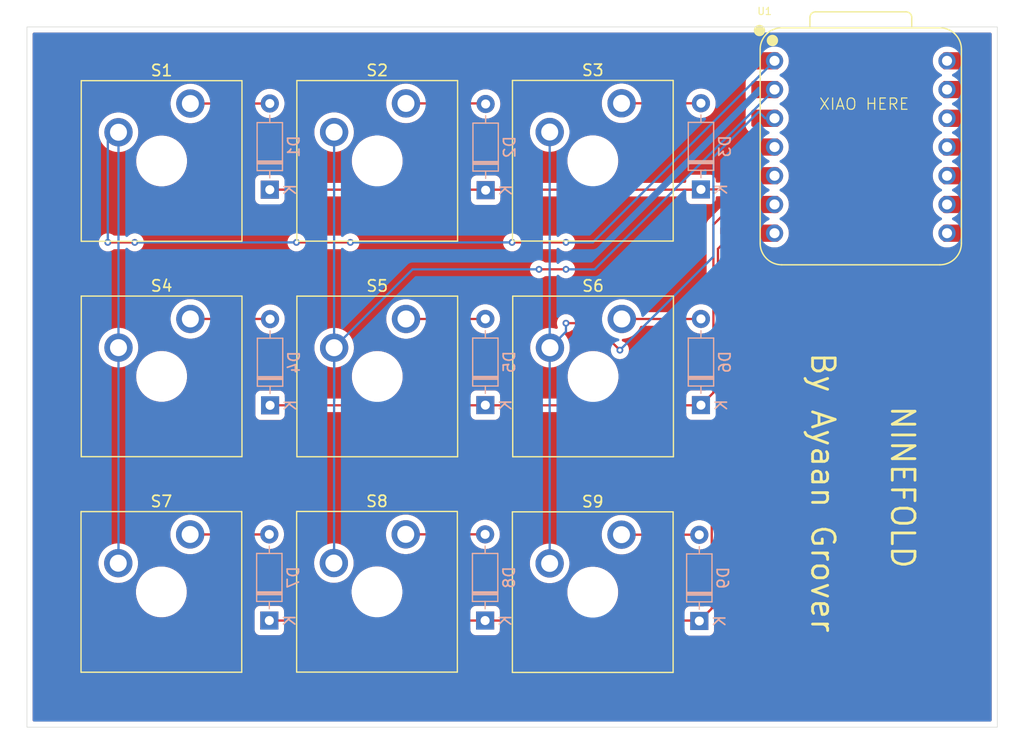
<source format=kicad_pcb>
(kicad_pcb (version 20241229) (generator "pcbnew") (generator_version "9.0")
  (layers (0 "F.Cu" signal) (2 "B.Cu" signal) (13 "F.Paste" user) (15 "B.Paste" user) (5 "F.SilkS" user "F.Silkscreen") (7 "B.SilkS" user "B.Silkscreen") (1 "F.Mask" user) (3 "B.Mask" user) (25 "Edge.Cuts" user))
  (net 0 "")
  (net 1 "Row 0")
  (net 2 "Net-(D1-A)")
  (net 3 "Net-(D2-A)")
  (net 4 "Net-(D3-A)")
  (net 5 "Row 1")
  (net 6 "Net-(D4-A)")
  (net 7 "Net-(D5-A)")
  (net 8 "Net-(D6-A)")
  (net 9 "Row 2")
  (net 10 "Net-(D7-A)")
  (net 11 "Net-(D8-A)")
  (net 12 "Net-(D9-A)")
  (net 13 "Column 0")
  (net 14 "Column 1")
  (net 15 "Column 2")
  (footprint "ScottoKeebs_MX:MX_Plate_1.00u" (layer "F.Cu") (at 142.866352 66.599667)
    (property "Reference" "S3" (at 0 -8 0) (layer "F.SilkS"))
    (property "Value" "Keyswitch")
    (fp_line (start -7.1 -7.1) (end -7.1 7.1) (stroke (width 0.12)) (layer "F.SilkS"))
    (fp_line (start -7.1 7.1) (end 7.1 7.1) (stroke (width 0.12)) (layer "F.SilkS"))
    (fp_line (start 7.1 -7.1) (end -7.1 -7.1) (stroke (width 0.12)) (layer "F.SilkS"))
    (fp_line (start 7.1 7.1) (end 7.1 -7.1) (stroke (width 0.12)) (layer "F.SilkS"))
    (pad "" np_thru_hole circle (at 0 0) (size 4 4) (drill 4) (layers "*.Cu" "*.Mask"))
    (pad "1" thru_hole circle (at -3.81 -2.54) (size 2.5 2.5) (drill 1.5) (layers "*.Cu" "*.Mask") (net 15 "Column 2"))
    (pad "2" thru_hole circle (at 2.54 -5.08) (size 2.5 2.5) (drill 1.5) (layers "*.Cu" "*.Mask") (net 4 "Net-(D3-A)"))
  )
  (footprint "ScottoKeebs_MX:MX_Plate_1.00u" (layer "F.Cu") (at 104.766352 66.619723)
    (property "Reference" "S1" (at 0 -8 0) (layer "F.SilkS"))
    (property "Value" "Keyswitch")
    (fp_line (start -7.1 -7.1) (end -7.1 7.1) (stroke (width 0.12)) (layer "F.SilkS"))
    (fp_line (start -7.1 7.1) (end 7.1 7.1) (stroke (width 0.12)) (layer "F.SilkS"))
    (fp_line (start 7.1 -7.1) (end -7.1 -7.1) (stroke (width 0.12)) (layer "F.SilkS"))
    (fp_line (start 7.1 7.1) (end 7.1 -7.1) (stroke (width 0.12)) (layer "F.SilkS"))
    (pad "" np_thru_hole circle (at 0 0) (size 4 4) (drill 4) (layers "*.Cu" "*.Mask"))
    (pad "1" thru_hole circle (at -3.81 -2.54) (size 2.5 2.5) (drill 1.5) (layers "*.Cu" "*.Mask") (net 13 "Column 0"))
    (pad "2" thru_hole circle (at 2.54 -5.08) (size 2.5 2.5) (drill 1.5) (layers "*.Cu" "*.Mask") (net 2 "Net-(D1-A)"))
  )
  (footprint "ScottoKeebs_MX:MX_Plate_1.00u" (layer "F.Cu") (at 104.766878 85.664067)
    (property "Reference" "S4" (at 0 -8 0) (layer "F.SilkS"))
    (property "Value" "Keyswitch")
    (fp_line (start -7.1 -7.1) (end -7.1 7.1) (stroke (width 0.12)) (layer "F.SilkS"))
    (fp_line (start -7.1 7.1) (end 7.1 7.1) (stroke (width 0.12)) (layer "F.SilkS"))
    (fp_line (start 7.1 -7.1) (end -7.1 -7.1) (stroke (width 0.12)) (layer "F.SilkS"))
    (fp_line (start 7.1 7.1) (end 7.1 -7.1) (stroke (width 0.12)) (layer "F.SilkS"))
    (pad "" np_thru_hole circle (at 0 0) (size 4 4) (drill 4) (layers "*.Cu" "*.Mask"))
    (pad "1" thru_hole circle (at -3.81 -2.54) (size 2.5 2.5) (drill 1.5) (layers "*.Cu" "*.Mask") (net 13 "Column 0"))
    (pad "2" thru_hole circle (at 2.54 -5.08) (size 2.5 2.5) (drill 1.5) (layers "*.Cu" "*.Mask") (net 6 "Net-(D4-A)"))
  )
  (footprint "ScottoKeebs_MX:MX_Plate_1.00u" (layer "F.Cu") (at 104.746296 104.719723)
    (property "Reference" "S7" (at 0 -8 0) (layer "F.SilkS"))
    (property "Value" "Keyswitch")
    (fp_line (start -7.1 -7.1) (end -7.1 7.1) (stroke (width 0.12)) (layer "F.SilkS"))
    (fp_line (start -7.1 7.1) (end 7.1 7.1) (stroke (width 0.12)) (layer "F.SilkS"))
    (fp_line (start 7.1 -7.1) (end -7.1 -7.1) (stroke (width 0.12)) (layer "F.SilkS"))
    (fp_line (start 7.1 7.1) (end 7.1 -7.1) (stroke (width 0.12)) (layer "F.SilkS"))
    (pad "" np_thru_hole circle (at 0 0) (size 4 4) (drill 4) (layers "*.Cu" "*.Mask"))
    (pad "1" thru_hole circle (at -3.81 -2.54) (size 2.5 2.5) (drill 1.5) (layers "*.Cu" "*.Mask") (net 13 "Column 0"))
    (pad "2" thru_hole circle (at 2.54 -5.08) (size 2.5 2.5) (drill 1.5) (layers "*.Cu" "*.Mask") (net 10 "Net-(D7-A)"))
  )
  (footprint "ScottoKeebs_MX:MX_Plate_1.00u" (layer "F.Cu") (at 123.816352 66.609695)
    (property "Reference" "S2" (at 0 -8 0) (layer "F.SilkS"))
    (property "Value" "Keyswitch")
    (fp_line (start -7.1 -7.1) (end -7.1 7.1) (stroke (width 0.12)) (layer "F.SilkS"))
    (fp_line (start -7.1 7.1) (end 7.1 7.1) (stroke (width 0.12)) (layer "F.SilkS"))
    (fp_line (start 7.1 -7.1) (end -7.1 -7.1) (stroke (width 0.12)) (layer "F.SilkS"))
    (fp_line (start 7.1 7.1) (end 7.1 -7.1) (stroke (width 0.12)) (layer "F.SilkS"))
    (pad "" np_thru_hole circle (at 0 0) (size 4 4) (drill 4) (layers "*.Cu" "*.Mask"))
    (pad "1" thru_hole circle (at -3.81 -2.54) (size 2.5 2.5) (drill 1.5) (layers "*.Cu" "*.Mask") (net 14 "Column 1"))
    (pad "2" thru_hole circle (at 2.54 -5.08) (size 2.5 2.5) (drill 1.5) (layers "*.Cu" "*.Mask") (net 3 "Net-(D2-A)"))
  )
  (footprint "ScottoKeebs_MX:MX_Plate_1.00u" (layer "F.Cu") (at 123.81998 85.668964)
    (property "Reference" "S5" (at 0 -8 0) (layer "F.SilkS"))
    (property "Value" "Keyswitch")
    (fp_line (start -7.1 -7.1) (end -7.1 7.1) (stroke (width 0.12)) (layer "F.SilkS"))
    (fp_line (start -7.1 7.1) (end 7.1 7.1) (stroke (width 0.12)) (layer "F.SilkS"))
    (fp_line (start 7.1 -7.1) (end -7.1 -7.1) (stroke (width 0.12)) (layer "F.SilkS"))
    (fp_line (start 7.1 7.1) (end 7.1 -7.1) (stroke (width 0.12)) (layer "F.SilkS"))
    (pad "" np_thru_hole circle (at 0 0) (size 4 4) (drill 4) (layers "*.Cu" "*.Mask"))
    (pad "1" thru_hole circle (at -3.81 -2.54) (size 2.5 2.5) (drill 1.5) (layers "*.Cu" "*.Mask") (net 14 "Column 1"))
    (pad "2" thru_hole circle (at 2.54 -5.08) (size 2.5 2.5) (drill 1.5) (layers "*.Cu" "*.Mask") (net 7 "Net-(D5-A)"))
  )
  (footprint "ScottoKeebs_MX:MX_Plate_1.00u" (layer "F.Cu") (at 123.796296 104.709695)
    (property "Reference" "S8" (at 0 -8 0) (layer "F.SilkS"))
    (property "Value" "Keyswitch")
    (fp_line (start -7.1 -7.1) (end -7.1 7.1) (stroke (width 0.12)) (layer "F.SilkS"))
    (fp_line (start -7.1 7.1) (end 7.1 7.1) (stroke (width 0.12)) (layer "F.SilkS"))
    (fp_line (start 7.1 -7.1) (end -7.1 -7.1) (stroke (width 0.12)) (layer "F.SilkS"))
    (fp_line (start 7.1 7.1) (end 7.1 -7.1) (stroke (width 0.12)) (layer "F.SilkS"))
    (pad "" np_thru_hole circle (at 0 0) (size 4 4) (drill 4) (layers "*.Cu" "*.Mask"))
    (pad "1" thru_hole circle (at -3.81 -2.54) (size 2.5 2.5) (drill 1.5) (layers "*.Cu" "*.Mask") (net 14 "Column 1"))
    (pad "2" thru_hole circle (at 2.54 -5.08) (size 2.5 2.5) (drill 1.5) (layers "*.Cu" "*.Mask") (net 11 "Net-(D8-A)"))
  )
  (footprint "OPL:XIAO-RP2040-DIP" (layer "F.Cu") (at 166.541263 65.385373)
    (property "Reference" "U1" (at -8.5 -12 0) (layer "F.SilkS") (effects (font (size 0.635 0.635) (thickness 0.1016))))
    (property "Value" "XIAO-RP2040-DIP")
    (fp_line (start -8.89 8.509) (end -8.89 -8.636) (stroke (width 0.127)) (layer "F.SilkS"))
    (fp_line (start -6.985 10.414) (end 6.985 10.414) (stroke (width 0.127)) (layer "F.SilkS"))
    (fp_line (start -4.495 -10.541) (end -4.491272 -11.451272) (stroke (width 0.127)) (layer "F.SilkS"))
    (fp_line (start -3.991272 -11.951) (end 4.004 -11.951) (stroke (width 0.127)) (layer "F.SilkS"))
    (fp_line (start 4.504 -11.451) (end 4.504 -10.541) (stroke (width 0.127)) (layer "F.SilkS"))
    (fp_line (start 6.985 -10.541) (end -6.985 -10.541) (stroke (width 0.1)) (layer "F.SilkS"))
    (fp_line (start 6.985 -10.541) (end -6.985 -10.541) (stroke (width 0.127)) (layer "F.SilkS"))
    (fp_line (start 8.89 8.509) (end 8.89 -8.636) (stroke (width 0.127)) (layer "F.SilkS"))
    (fp_arc (start -8.89 -8.636) (mid -8.332038 -9.983038) (end -6.985 -10.541) (stroke (width 0.127)) (layer "F.SilkS"))
    (fp_arc (start -6.985 10.414) (mid -8.332038 9.856038) (end -8.89 8.509) (stroke (width 0.127)) (layer "F.SilkS"))
    (fp_arc (start -4.491272 -11.451272) (mid -4.344728 -11.80464) (end -3.991272 -11.951) (stroke (width 0.127)) (layer "F.SilkS"))
    (fp_arc (start 4.004 -11.951) (mid 4.357553 -11.804553) (end 4.504 -11.451) (stroke (width 0.127)) (layer "F.SilkS"))
    (fp_arc (start 6.985 -10.541) (mid 8.332038 -9.983038) (end 8.89 -8.636) (stroke (width 0.127)) (layer "F.SilkS"))
    (fp_arc (start 8.89 8.509) (mid 8.332038 9.856038) (end 6.985 10.414) (stroke (width 0.127)) (layer "F.SilkS"))
    (fp_circle (center -8.95 -10.3) (end -8.95 -10.554) (stroke (width 0.5)) (fill yes) (layer "F.SilkS"))
    (fp_circle (center -7.807 -9.42) (end -7.807 -9.674) (stroke (width 0.5)) (fill yes) (layer "F.SilkS"))
    (pad "1" smd roundrect (at -8.455 -7.62 180) (size 2.432 1.524) (layers "F.Cu" "F.Mask") (roundrect_rratio 0.1) (net 13 "Column 0"))
    (pad "1" thru_hole circle (at -7.62 -7.62 180) (size 1.524 1.524) (drill 0.889) (layers "*.Cu" "*.Mask") (net 13 "Column 0"))
    (pad "2" smd roundrect (at -8.455 -5.08 180) (size 2.432 1.524) (layers "F.Cu" "F.Mask") (roundrect_rratio 0.1) (net 14 "Column 1"))
    (pad "2" thru_hole circle (at -7.62 -5.08 180) (size 1.524 1.524) (drill 0.889) (layers "*.Cu" "*.Mask") (net 14 "Column 1"))
    (pad "3" smd roundrect (at -8.455 -2.54 180) (size 2.432 1.524) (layers "F.Cu" "F.Mask") (roundrect_rratio 0.1) (net 15 "Column 2"))
    (pad "3" thru_hole circle (at -7.62 -2.54 180) (size 1.524 1.524) (drill 0.889) (layers "*.Cu" "*.Mask") (net 15 "Column 2"))
    (pad "4" smd roundrect (at -8.455 0 180) (size 2.432 1.524) (layers "F.Cu" "F.Mask") (roundrect_rratio 0.1) (net 1 "Row 0"))
    (pad "4" thru_hole circle (at -7.62 0 180) (size 1.524 1.524) (drill 0.889) (layers "*.Cu" "*.Mask") (net 1 "Row 0"))
    (pad "5" smd roundrect (at -8.455 2.54 180) (size 2.432 1.524) (layers "F.Cu" "F.Mask") (roundrect_rratio 0.1) (net 5 "Row 1"))
    (pad "5" thru_hole circle (at -7.62 2.54 180) (size 1.524 1.524) (drill 0.889) (layers "*.Cu" "*.Mask") (net 5 "Row 1"))
    (pad "6" smd roundrect (at -8.455 5.08 180) (size 2.432 1.524) (layers "F.Cu" "F.Mask") (roundrect_rratio 0.1) (net 9 "Row 2"))
    (pad "6" thru_hole circle (at -7.62 5.08 180) (size 1.524 1.524) (drill 0.889) (layers "*.Cu" "*.Mask") (net 9 "Row 2"))
    (pad "7" smd roundrect (at -8.455 7.62 180) (size 2.432 1.524) (layers "F.Cu" "F.Mask") (roundrect_rratio 0.1))
    (pad "7" thru_hole circle (at -7.62 7.62 180) (size 1.524 1.524) (drill 0.889) (layers "*.Cu" "*.Mask"))
    (pad "8" thru_hole circle (at 7.62 7.62) (size 1.524 1.524) (drill 0.889) (layers "*.Cu" "*.Mask"))
    (pad "8" smd roundrect (at 8.455 7.62) (size 2.432 1.524) (layers "F.Cu" "F.Mask") (roundrect_rratio 0.1))
    (pad "9" thru_hole circle (at 7.62 5.08) (size 1.524 1.524) (drill 0.889) (layers "*.Cu" "*.Mask"))
    (pad "9" smd roundrect (at 8.455 5.08) (size 2.432 1.524) (layers "F.Cu" "F.Mask") (roundrect_rratio 0.1))
    (pad "10" thru_hole circle (at 7.62 2.54) (size 1.524 1.524) (drill 0.889) (layers "*.Cu" "*.Mask"))
    (pad "10" smd roundrect (at 8.455 2.54) (size 2.432 1.524) (layers "F.Cu" "F.Mask") (roundrect_rratio 0.1))
    (pad "11" thru_hole circle (at 7.62 0) (size 1.524 1.524) (drill 0.889) (layers "*.Cu" "*.Mask"))
    (pad "11" smd roundrect (at 8.455 0) (size 2.432 1.524) (layers "F.Cu" "F.Mask") (roundrect_rratio 0.1))
    (pad "12" thru_hole circle (at 7.62 -2.54) (size 1.524 1.524) (drill 0.889) (layers "*.Cu" "*.Mask"))
    (pad "12" smd roundrect (at 8.455 -2.54) (size 2.432 1.524) (layers "F.Cu" "F.Mask") (roundrect_rratio 0.1))
    (pad "13" thru_hole circle (at 7.62 -5.08) (size 1.524 1.524) (drill 0.889) (layers "*.Cu" "*.Mask"))
    (pad "13" smd roundrect (at 8.455 -5.08) (size 2.432 1.524) (layers "F.Cu" "F.Mask") (roundrect_rratio 0.1))
    (pad "14" thru_hole circle (at 7.62 -7.62) (size 1.524 1.524) (drill 0.889) (layers "*.Cu" "*.Mask"))
    (pad "14" smd roundrect (at 8.455 -7.62) (size 2.432 1.524) (layers "F.Cu" "F.Mask") (roundrect_rratio 0.1))
  )
  (footprint "ScottoKeebs_MX:MX_Plate_1.00u" (layer "F.Cu") (at 142.860049 104.74006)
    (property "Reference" "S9" (at 0 -8 0) (layer "F.SilkS"))
    (property "Value" "Keyswitch")
    (fp_line (start -7.1 -7.1) (end -7.1 7.1) (stroke (width 0.12)) (layer "F.SilkS"))
    (fp_line (start -7.1 7.1) (end 7.1 7.1) (stroke (width 0.12)) (layer "F.SilkS"))
    (fp_line (start 7.1 -7.1) (end -7.1 -7.1) (stroke (width 0.12)) (layer "F.SilkS"))
    (fp_line (start 7.1 7.1) (end 7.1 -7.1) (stroke (width 0.12)) (layer "F.SilkS"))
    (pad "" np_thru_hole circle (at 0 0) (size 4 4) (drill 4) (layers "*.Cu" "*.Mask"))
    (pad "1" thru_hole circle (at -3.81 -2.54) (size 2.5 2.5) (drill 1.5) (layers "*.Cu" "*.Mask") (net 15 "Column 2"))
    (pad "2" thru_hole circle (at 2.54 -5.08) (size 2.5 2.5) (drill 1.5) (layers "*.Cu" "*.Mask") (net 12 "Net-(D9-A)"))
  )
  (footprint "ScottoKeebs_MX:MX_Plate_1.00u" (layer "F.Cu") (at 142.888212 85.668964)
    (property "Reference" "S6" (at 0 -8 0) (layer "F.SilkS"))
    (property "Value" "Keyswitch")
    (fp_line (start -7.1 -7.1) (end -7.1 7.1) (stroke (width 0.12)) (layer "F.SilkS"))
    (fp_line (start -7.1 7.1) (end 7.1 7.1) (stroke (width 0.12)) (layer "F.SilkS"))
    (fp_line (start 7.1 -7.1) (end -7.1 -7.1) (stroke (width 0.12)) (layer "F.SilkS"))
    (fp_line (start 7.1 7.1) (end 7.1 -7.1) (stroke (width 0.12)) (layer "F.SilkS"))
    (pad "" np_thru_hole circle (at 0 0) (size 4 4) (drill 4) (layers "*.Cu" "*.Mask"))
    (pad "1" thru_hole circle (at -3.81 -2.54) (size 2.5 2.5) (drill 1.5) (layers "*.Cu" "*.Mask") (net 15 "Column 2"))
    (pad "2" thru_hole circle (at 2.54 -5.08) (size 2.5 2.5) (drill 1.5) (layers "*.Cu" "*.Mask") (net 8 "Net-(D6-A)"))
  )
  (footprint "ScottoKeebs_Components:Diode_DO-35" (layer "B.Cu") (at 152.419841 88.205511 90)
    (property "Reference" "D6" (at 3.81 2.12 90) (layer "B.SilkS") (effects (justify mirror)))
    (property "Value" "Diode")
    (fp_line (start 5.93 -1.12) (end 5.93 1.12) (stroke (width 0.12)) (layer "B.SilkS"))
    (fp_line (start 1.69 -1.12) (end 5.93 -1.12) (stroke (width 0.12)) (layer "B.SilkS"))
    (fp_line (start 6.58 0) (end 5.93 0) (stroke (width 0.12)) (layer "B.SilkS"))
    (fp_line (start 1.04 0) (end 1.69 0) (stroke (width 0.12)) (layer "B.SilkS"))
    (fp_line (start 5.93 1.12) (end 1.69 1.12) (stroke (width 0.12)) (layer "B.SilkS"))
    (fp_line (start 2.53 1.12) (end 2.53 -1.12) (stroke (width 0.12)) (layer "B.SilkS"))
    (fp_line (start 2.41 1.12) (end 2.41 -1.12) (stroke (width 0.12)) (layer "B.SilkS"))
    (fp_line (start 2.29 1.12) (end 2.29 -1.12) (stroke (width 0.12)) (layer "B.SilkS"))
    (fp_line (start 1.69 1.12) (end 1.69 -1.12) (stroke (width 0.12)) (layer "B.SilkS"))
    (fp_text user "K" (at 0 1.8 90) (layer "B.SilkS") (effects (justify mirror)))
    (pad "1" thru_hole rect (at 0 0 90) (size 1.6 1.6) (drill 0.8) (layers "*.Cu" "*.Mask") (net 5 "Row 1"))
    (pad "2" thru_hole oval (at 7.62 0 90) (size 1.6 1.6) (drill 0.8) (layers "*.Cu" "*.Mask") (net 8 "Net-(D6-A)"))
  )
  (footprint "ScottoKeebs_Components:Diode_DO-35" (layer "B.Cu") (at 133.35 107.252269 90)
    (property "Reference" "D8" (at 3.81 2.12 90) (layer "B.SilkS") (effects (justify mirror)))
    (property "Value" "Diode")
    (fp_line (start 5.93 -1.12) (end 5.93 1.12) (stroke (width 0.12)) (layer "B.SilkS"))
    (fp_line (start 1.69 -1.12) (end 5.93 -1.12) (stroke (width 0.12)) (layer "B.SilkS"))
    (fp_line (start 6.58 0) (end 5.93 0) (stroke (width 0.12)) (layer "B.SilkS"))
    (fp_line (start 1.04 0) (end 1.69 0) (stroke (width 0.12)) (layer "B.SilkS"))
    (fp_line (start 5.93 1.12) (end 1.69 1.12) (stroke (width 0.12)) (layer "B.SilkS"))
    (fp_line (start 2.53 1.12) (end 2.53 -1.12) (stroke (width 0.12)) (layer "B.SilkS"))
    (fp_line (start 2.41 1.12) (end 2.41 -1.12) (stroke (width 0.12)) (layer "B.SilkS"))
    (fp_line (start 2.29 1.12) (end 2.29 -1.12) (stroke (width 0.12)) (layer "B.SilkS"))
    (fp_line (start 1.69 1.12) (end 1.69 -1.12) (stroke (width 0.12)) (layer "B.SilkS"))
    (fp_text user "K" (at 0 1.8 90) (layer "B.SilkS") (effects (justify mirror)))
    (pad "1" thru_hole rect (at 0 0 90) (size 1.6 1.6) (drill 0.8) (layers "*.Cu" "*.Mask") (net 9 "Row 2"))
    (pad "2" thru_hole oval (at 7.62 0 90) (size 1.6 1.6) (drill 0.8) (layers "*.Cu" "*.Mask") (net 11 "Net-(D8-A)"))
  )
  (footprint "ScottoKeebs_Components:Diode_DO-35" (layer "B.Cu") (at 114.34878 88.222495 90)
    (property "Reference" "D4" (at 3.81 2.12 90) (layer "B.SilkS") (effects (justify mirror)))
    (property "Value" "Diode")
    (fp_line (start 5.93 -1.12) (end 5.93 1.12) (stroke (width 0.12)) (layer "B.SilkS"))
    (fp_line (start 1.69 -1.12) (end 5.93 -1.12) (stroke (width 0.12)) (layer "B.SilkS"))
    (fp_line (start 6.58 0) (end 5.93 0) (stroke (width 0.12)) (layer "B.SilkS"))
    (fp_line (start 1.04 0) (end 1.69 0) (stroke (width 0.12)) (layer "B.SilkS"))
    (fp_line (start 5.93 1.12) (end 1.69 1.12) (stroke (width 0.12)) (layer "B.SilkS"))
    (fp_line (start 2.53 1.12) (end 2.53 -1.12) (stroke (width 0.12)) (layer "B.SilkS"))
    (fp_line (start 2.41 1.12) (end 2.41 -1.12) (stroke (width 0.12)) (layer "B.SilkS"))
    (fp_line (start 2.29 1.12) (end 2.29 -1.12) (stroke (width 0.12)) (layer "B.SilkS"))
    (fp_line (start 1.69 1.12) (end 1.69 -1.12) (stroke (width 0.12)) (layer "B.SilkS"))
    (fp_text user "K" (at 0 1.8 90) (layer "B.SilkS") (effects (justify mirror)))
    (pad "1" thru_hole rect (at 0 0 90) (size 1.6 1.6) (drill 0.8) (layers "*.Cu" "*.Mask") (net 5 "Row 1"))
    (pad "2" thru_hole oval (at 7.62 0 90) (size 1.6 1.6) (drill 0.8) (layers "*.Cu" "*.Mask") (net 6 "Net-(D4-A)"))
  )
  (footprint "ScottoKeebs_Components:Diode_DO-35" (layer "B.Cu") (at 133.395 69.201475 90)
    (property "Reference" "D2" (at 3.81 2.12 90) (layer "B.SilkS") (effects (justify mirror)))
    (property "Value" "Diode")
    (fp_line (start 5.93 -1.12) (end 5.93 1.12) (stroke (width 0.12)) (layer "B.SilkS"))
    (fp_line (start 1.69 -1.12) (end 5.93 -1.12) (stroke (width 0.12)) (layer "B.SilkS"))
    (fp_line (start 6.58 0) (end 5.93 0) (stroke (width 0.12)) (layer "B.SilkS"))
    (fp_line (start 1.04 0) (end 1.69 0) (stroke (width 0.12)) (layer "B.SilkS"))
    (fp_line (start 5.93 1.12) (end 1.69 1.12) (stroke (width 0.12)) (layer "B.SilkS"))
    (fp_line (start 2.53 1.12) (end 2.53 -1.12) (stroke (width 0.12)) (layer "B.SilkS"))
    (fp_line (start 2.41 1.12) (end 2.41 -1.12) (stroke (width 0.12)) (layer "B.SilkS"))
    (fp_line (start 2.29 1.12) (end 2.29 -1.12) (stroke (width 0.12)) (layer "B.SilkS"))
    (fp_line (start 1.69 1.12) (end 1.69 -1.12) (stroke (width 0.12)) (layer "B.SilkS"))
    (fp_text user "K" (at 0 1.8 90) (layer "B.SilkS") (effects (justify mirror)))
    (pad "1" thru_hole rect (at 0 0 90) (size 1.6 1.6) (drill 0.8) (layers "*.Cu" "*.Mask") (net 1 "Row 0"))
    (pad "2" thru_hole oval (at 7.62 0 90) (size 1.6 1.6) (drill 0.8) (layers "*.Cu" "*.Mask") (net 3 "Net-(D2-A)"))
  )
  (footprint "ScottoKeebs_Components:Diode_DO-35" (layer "B.Cu") (at 114.282706 107.252039 90)
    (property "Reference" "D7" (at 3.81 2.12 90) (layer "B.SilkS") (effects (justify mirror)))
    (property "Value" "Diode")
    (fp_line (start 5.93 -1.12) (end 5.93 1.12) (stroke (width 0.12)) (layer "B.SilkS"))
    (fp_line (start 1.69 -1.12) (end 5.93 -1.12) (stroke (width 0.12)) (layer "B.SilkS"))
    (fp_line (start 6.58 0) (end 5.93 0) (stroke (width 0.12)) (layer "B.SilkS"))
    (fp_line (start 1.04 0) (end 1.69 0) (stroke (width 0.12)) (layer "B.SilkS"))
    (fp_line (start 5.93 1.12) (end 1.69 1.12) (stroke (width 0.12)) (layer "B.SilkS"))
    (fp_line (start 2.53 1.12) (end 2.53 -1.12) (stroke (width 0.12)) (layer "B.SilkS"))
    (fp_line (start 2.41 1.12) (end 2.41 -1.12) (stroke (width 0.12)) (layer "B.SilkS"))
    (fp_line (start 2.29 1.12) (end 2.29 -1.12) (stroke (width 0.12)) (layer "B.SilkS"))
    (fp_line (start 1.69 1.12) (end 1.69 -1.12) (stroke (width 0.12)) (layer "B.SilkS"))
    (fp_text user "K" (at 0 1.8 90) (layer "B.SilkS") (effects (justify mirror)))
    (pad "1" thru_hole rect (at 0 0 90) (size 1.6 1.6) (drill 0.8) (layers "*.Cu" "*.Mask") (net 9 "Row 2"))
    (pad "2" thru_hole oval (at 7.62 0 90) (size 1.6 1.6) (drill 0.8) (layers "*.Cu" "*.Mask") (net 10 "Net-(D7-A)"))
  )
  (footprint "ScottoKeebs_Components:Diode_DO-35" (layer "B.Cu") (at 152.419841 69.135669 90)
    (property "Reference" "D3" (at 3.81 2.12 90) (layer "B.SilkS") (effects (justify mirror)))
    (property "Value" "Diode")
    (fp_line (start 5.93 -1.12) (end 5.93 1.12) (stroke (width 0.12)) (layer "B.SilkS"))
    (fp_line (start 1.69 -1.12) (end 5.93 -1.12) (stroke (width 0.12)) (layer "B.SilkS"))
    (fp_line (start 6.58 0) (end 5.93 0) (stroke (width 0.12)) (layer "B.SilkS"))
    (fp_line (start 1.04 0) (end 1.69 0) (stroke (width 0.12)) (layer "B.SilkS"))
    (fp_line (start 5.93 1.12) (end 1.69 1.12) (stroke (width 0.12)) (layer "B.SilkS"))
    (fp_line (start 2.53 1.12) (end 2.53 -1.12) (stroke (width 0.12)) (layer "B.SilkS"))
    (fp_line (start 2.41 1.12) (end 2.41 -1.12) (stroke (width 0.12)) (layer "B.SilkS"))
    (fp_line (start 2.29 1.12) (end 2.29 -1.12) (stroke (width 0.12)) (layer "B.SilkS"))
    (fp_line (start 1.69 1.12) (end 1.69 -1.12) (stroke (width 0.12)) (layer "B.SilkS"))
    (fp_text user "K" (at 0 1.8 90) (layer "B.SilkS") (effects (justify mirror)))
    (pad "1" thru_hole rect (at 0 0 90) (size 1.6 1.6) (drill 0.8) (layers "*.Cu" "*.Mask") (net 1 "Row 0"))
    (pad "2" thru_hole oval (at 7.62 0 90) (size 1.6 1.6) (drill 0.8) (layers "*.Cu" "*.Mask") (net 4 "Net-(D3-A)"))
  )
  (footprint "ScottoKeebs_Components:Diode_DO-35" (layer "B.Cu") (at 114.324767 69.157457 90)
    (property "Reference" "D1" (at 3.81 2.12 90) (layer "B.SilkS") (effects (justify mirror)))
    (property "Value" "Diode")
    (fp_line (start 5.93 -1.12) (end 5.93 1.12) (stroke (width 0.12)) (layer "B.SilkS"))
    (fp_line (start 1.69 -1.12) (end 5.93 -1.12) (stroke (width 0.12)) (layer "B.SilkS"))
    (fp_line (start 6.58 0) (end 5.93 0) (stroke (width 0.12)) (layer "B.SilkS"))
    (fp_line (start 1.04 0) (end 1.69 0) (stroke (width 0.12)) (layer "B.SilkS"))
    (fp_line (start 5.93 1.12) (end 1.69 1.12) (stroke (width 0.12)) (layer "B.SilkS"))
    (fp_line (start 2.53 1.12) (end 2.53 -1.12) (stroke (width 0.12)) (layer "B.SilkS"))
    (fp_line (start 2.41 1.12) (end 2.41 -1.12) (stroke (width 0.12)) (layer "B.SilkS"))
    (fp_line (start 2.29 1.12) (end 2.29 -1.12) (stroke (width 0.12)) (layer "B.SilkS"))
    (fp_line (start 1.69 1.12) (end 1.69 -1.12) (stroke (width 0.12)) (layer "B.SilkS"))
    (fp_text user "K" (at 0 1.8 90) (layer "B.SilkS") (effects (justify mirror)))
    (pad "1" thru_hole rect (at 0 0 90) (size 1.6 1.6) (drill 0.8) (layers "*.Cu" "*.Mask") (net 1 "Row 0"))
    (pad "2" thru_hole oval (at 7.62 0 90) (size 1.6 1.6) (drill 0.8) (layers "*.Cu" "*.Mask") (net 2 "Net-(D1-A)"))
  )
  (footprint "ScottoKeebs_Components:Diode_DO-35" (layer "B.Cu") (at 152.274461 107.291984 90)
    (property "Reference" "D9" (at 3.81 2.12 90) (layer "B.SilkS") (effects (justify mirror)))
    (property "Value" "Diode")
    (fp_line (start 5.93 -1.12) (end 5.93 1.12) (stroke (width 0.12)) (layer "B.SilkS"))
    (fp_line (start 1.69 -1.12) (end 5.93 -1.12) (stroke (width 0.12)) (layer "B.SilkS"))
    (fp_line (start 6.58 0) (end 5.93 0) (stroke (width 0.12)) (layer "B.SilkS"))
    (fp_line (start 1.04 0) (end 1.69 0) (stroke (width 0.12)) (layer "B.SilkS"))
    (fp_line (start 5.93 1.12) (end 1.69 1.12) (stroke (width 0.12)) (layer "B.SilkS"))
    (fp_line (start 2.53 1.12) (end 2.53 -1.12) (stroke (width 0.12)) (layer "B.SilkS"))
    (fp_line (start 2.41 1.12) (end 2.41 -1.12) (stroke (width 0.12)) (layer "B.SilkS"))
    (fp_line (start 2.29 1.12) (end 2.29 -1.12) (stroke (width 0.12)) (layer "B.SilkS"))
    (fp_line (start 1.69 1.12) (end 1.69 -1.12) (stroke (width 0.12)) (layer "B.SilkS"))
    (fp_text user "K" (at 0 1.8 90) (layer "B.SilkS") (effects (justify mirror)))
    (pad "1" thru_hole rect (at 0 0 90) (size 1.6 1.6) (drill 0.8) (layers "*.Cu" "*.Mask") (net 9 "Row 2"))
    (pad "2" thru_hole oval (at 7.62 0 90) (size 1.6 1.6) (drill 0.8) (layers "*.Cu" "*.Mask") (net 12 "Net-(D9-A)"))
  )
  (footprint "ScottoKeebs_Components:Diode_DO-35" (layer "B.Cu") (at 133.369841 88.205511 90)
    (property "Reference" "D5" (at 3.81 2.12 90) (layer "B.SilkS") (effects (justify mirror)))
    (property "Value" "Diode")
    (fp_line (start 5.93 -1.12) (end 5.93 1.12) (stroke (width 0.12)) (layer "B.SilkS"))
    (fp_line (start 1.69 -1.12) (end 5.93 -1.12) (stroke (width 0.12)) (layer "B.SilkS"))
    (fp_line (start 6.58 0) (end 5.93 0) (stroke (width 0.12)) (layer "B.SilkS"))
    (fp_line (start 1.04 0) (end 1.69 0) (stroke (width 0.12)) (layer "B.SilkS"))
    (fp_line (start 5.93 1.12) (end 1.69 1.12) (stroke (width 0.12)) (layer "B.SilkS"))
    (fp_line (start 2.53 1.12) (end 2.53 -1.12) (stroke (width 0.12)) (layer "B.SilkS"))
    (fp_line (start 2.41 1.12) (end 2.41 -1.12) (stroke (width 0.12)) (layer "B.SilkS"))
    (fp_line (start 2.29 1.12) (end 2.29 -1.12) (stroke (width 0.12)) (layer "B.SilkS"))
    (fp_line (start 1.69 1.12) (end 1.69 -1.12) (stroke (width 0.12)) (layer "B.SilkS"))
    (fp_text user "K" (at 0 1.8 90) (layer "B.SilkS") (effects (justify mirror)))
    (pad "1" thru_hole rect (at 0 0 90) (size 1.6 1.6) (drill 0.8) (layers "*.Cu" "*.Mask") (net 5 "Row 1"))
    (pad "2" thru_hole oval (at 7.62 0 90) (size 1.6 1.6) (drill 0.8) (layers "*.Cu" "*.Mask") (net 7 "Net-(D5-A)"))
  )
  (gr_rect (start 92.86875 54.76875) (end 178.605471 116.68125) (stroke (width 0.05)) (fill no) (layer "Edge.Cuts"))
  (gr_text "NINEFOLD" (at 169.06875 88.10625 270) (layer "F.SilkS") (effects (font (size 2 2) (thickness 0.25)) (justify left bottom)))
  (gr_text "By Ayaan Grover" (at 162.021911 83.399128 270) (layer "F.SilkS") (effects (font (size 2 2) (thickness 0.25)) (justify left bottom)))
  (gr_text "XIAO HERE" (at 162.797201 62.175553 0) (layer "F.SilkS") (effects (font (size 1 1) (thickness 0.1)) (justify left bottom)))
  (segment (start 154.335967 69.135669) (end 158.086263 65.385373) (width 0.2) (layer "F.Cu") (net 1))
  (segment (start 114.324767 69.157457) (end 152.398053 69.157457) (width 0.2) (layer "F.Cu") (net 1))
  (segment (start 152.398053 69.157457) (end 152.419841 69.135669) (width 0.2) (layer "F.Cu") (net 1))
  (segment (start 152.419841 69.135669) (end 154.335967 69.135669) (width 0.2) (layer "F.Cu") (net 1))
  (segment (start 107.306352 61.539723) (end 114.322501 61.539723) (width 0.2) (layer "F.Cu") (net 2))
  (segment (start 114.322501 61.539723) (end 114.324767 61.537457) (width 0.2) (layer "F.Cu") (net 2))
  (segment (start 133.34322 61.529695) (end 133.395 61.581475) (width 0.2) (layer "F.Cu") (net 3))
  (segment (start 126.356352 61.529695) (end 133.34322 61.529695) (width 0.2) (layer "F.Cu") (net 3))
  (segment (start 145.406352 61.519667) (end 152.415843 61.519667) (width 0.2) (layer "F.Cu") (net 4))
  (segment (start 152.415843 61.519667) (end 152.419841 61.515669) (width 0.2) (layer "F.Cu") (net 4))
  (segment (start 157.843633 67.925373) (end 158.921263 67.925373) (width 0.2) (layer "F.Cu") (net 5))
  (segment (start 152.419841 88.205511) (end 153.520841 87.104511) (width 0.2) (layer "F.Cu") (net 5))
  (segment (start 153.520841 87.104511) (end 153.520841 72.248165) (width 0.2) (layer "F.Cu") (net 5))
  (segment (start 153.520841 72.248165) (end 157.843633 67.925373) (width 0.2) (layer "F.Cu") (net 5))
  (segment (start 152.402857 88.222495) (end 152.419841 88.205511) (width 0.2) (layer "F.Cu") (net 5))
  (segment (start 114.34878 88.222495) (end 152.402857 88.222495) (width 0.2) (layer "F.Cu") (net 5))
  (segment (start 107.306878 80.584067) (end 114.330352 80.584067) (width 0.2) (layer "F.Cu") (net 6))
  (segment (start 114.330352 80.584067) (end 114.34878 80.602495) (width 0.2) (layer "F.Cu") (net 6))
  (segment (start 126.35998 80.588964) (end 133.366388 80.588964) (width 0.2) (layer "F.Cu") (net 7))
  (segment (start 133.366388 80.588964) (end 133.369841 80.585511) (width 0.2) (layer "F.Cu") (net 7))
  (segment (start 152.416388 80.588964) (end 152.419841 80.585511) (width 0.2) (layer "F.Cu") (net 8))
  (segment (start 145.428212 80.588964) (end 152.416388 80.588964) (width 0.2) (layer "F.Cu") (net 8))
  (segment (start 114.282706 107.252039) (end 152.234516 107.252039) (width 0.2) (layer "F.Cu") (net 9))
  (segment (start 153.921841 92.775659) (end 153.921841 74.387165) (width 0.2) (layer "F.Cu") (net 9))
  (segment (start 152.274461 107.291984) (end 153.375461 106.190984) (width 0.2) (layer "F.Cu") (net 9))
  (segment (start 152.234516 107.252039) (end 152.274461 107.291984) (width 0.2) (layer "F.Cu") (net 9))
  (segment (start 153.375461 106.190984) (end 153.375461 93.322039) (width 0.2) (layer "F.Cu") (net 9))
  (segment (start 153.375461 93.322039) (end 153.921841 92.775659) (width 0.2) (layer "F.Cu") (net 9))
  (segment (start 153.921841 74.387165) (end 157.843633 70.465373) (width 0.2) (layer "F.Cu") (net 9))
  (segment (start 157.843633 70.465373) (end 158.921263 70.465373) (width 0.2) (layer "F.Cu") (net 9))
  (segment (start 114.275022 99.639723) (end 114.282706 99.632039) (width 0.2) (layer "F.Cu") (net 10))
  (segment (start 107.286296 99.639723) (end 114.275022 99.639723) (width 0.2) (layer "F.Cu") (net 10))
  (segment (start 133.347426 99.629695) (end 133.35 99.632269) (width 0.2) (layer "F.Cu") (net 11))
  (segment (start 126.336296 99.629695) (end 133.347426 99.629695) (width 0.2) (layer "F.Cu") (net 11))
  (segment (start 145.400049 99.66006) (end 152.262537 99.66006) (width 0.2) (layer "F.Cu") (net 12))
  (segment (start 152.262537 99.66006) (end 152.274461 99.671984) (width 0.2) (layer "F.Cu") (net 12))
  (segment (start 121.44375 73.81875) (end 116.68125 73.81875) (width 0.2) (layer "F.Cu") (net 13))
  (segment (start 102.39375 73.81875) (end 100.0125 73.81875) (width 0.2) (layer "F.Cu") (net 13))
  (segment (start 140.49375 73.81875) (end 135.73125 73.81875) (width 0.2) (layer "F.Cu") (net 13))
  (via (at 100.0125 73.81875) (size 0.6) (drill 0.3) (layers "F.Cu" "B.Cu") (net 13))
  (via (at 116.68125 73.81875) (size 0.6) (drill 0.3) (layers "F.Cu" "B.Cu") (net 13))
  (via (at 102.39375 73.81875) (size 0.6) (drill 0.3) (layers "F.Cu" "B.Cu") (net 13))
  (via (at 121.44375 73.81875) (size 0.6) (drill 0.3) (layers "F.Cu" "B.Cu") (net 13))
  (via (at 140.49375 73.81875) (size 0.6) (drill 0.3) (layers "F.Cu" "B.Cu") (net 13))
  (via (at 135.73125 73.81875) (size 0.6) (drill 0.3) (layers "F.Cu" "B.Cu") (net 13))
  (segment (start 135.73125 73.81875) (end 121.44375 73.81875) (width 0.2) (layer "B.Cu") (net 13))
  (segment (start 140.49375 73.81875) (end 142.867886 73.81875) (width 0.2) (layer "B.Cu") (net 13))
  (segment (start 116.68125 73.81875) (end 102.39375 73.81875) (width 0.2) (layer "B.Cu") (net 13))
  (segment (start 100.0125 73.81875) (end 100.0125 64.29375) (width 0.2) (layer "B.Cu") (net 13))
  (segment (start 100.226527 64.079723) (end 100.956352 64.079723) (width 0.2) (layer "B.Cu") (net 13))
  (segment (start 100.0125 64.29375) (end 100.226527 64.079723) (width 0.2) (layer "B.Cu") (net 13))
  (segment (start 100.956352 64.079723) (end 100.956352 102.159667) (width 0.2) (layer "B.Cu") (net 13))
  (segment (start 142.867886 73.81875) (end 158.921263 57.765373) (width 0.2) (layer "B.Cu") (net 13))
  (segment (start 100.956352 102.159667) (end 100.936296 102.179723) (width 0.2) (layer "B.Cu") (net 13))
  (segment (start 140.49375 76.2) (end 138.1125 76.2) (width 0.2) (layer "F.Cu") (net 14))
  (via (at 140.49375 76.2) (size 0.6) (drill 0.3) (layers "F.Cu" "B.Cu") (net 14))
  (via (at 138.1125 76.2) (size 0.6) (drill 0.3) (layers "F.Cu" "B.Cu") (net 14))
  (segment (start 140.49375 76.2) (end 143.026636 76.2) (width 0.2) (layer "B.Cu") (net 14))
  (segment (start 120.006352 102.149639) (end 119.986296 102.169695) (width 0.2) (layer "B.Cu") (net 14))
  (segment (start 143.026636 76.2) (end 158.921263 60.305373) (width 0.2) (layer "B.Cu") (net 14))
  (segment (start 126.938944 76.2) (end 120.00998 83.128964) (width 0.2) (layer "B.Cu") (net 14))
  (segment (start 120.00998 87.849299) (end 120.00998 83.128964) (width 0.2) (layer "B.Cu") (net 14))
  (segment (start 138.1125 76.2) (end 126.938944 76.2) (width 0.2) (layer "B.Cu") (net 14))
  (segment (start 120.006352 64.069695) (end 120.006352 102.149639) (width 0.2) (layer "B.Cu") (net 14))
  (segment (start 142.875 80.9625) (end 140.49375 80.9625) (width 0.2) (layer "F.Cu") (net 15))
  (segment (start 145.25625 83.34375) (end 142.875 80.9625) (width 0.2) (layer "F.Cu") (net 15))
  (via (at 145.25625 83.34375) (size 0.6) (drill 0.3) (layers "F.Cu" "B.Cu") (net 15))
  (via (at 140.49375 80.9625) (size 0.6) (drill 0.3) (layers "F.Cu" "B.Cu") (net 15))
  (segment (start 157.521868 62.271868) (end 158.095373 62.845373) (width 0.2) (layer "B.Cu") (net 15))
  (segment (start 139.056352 64.059667) (end 139.056352 102.193757) (width 0.2) (layer "B.Cu") (net 15))
  (segment (start 153.520841 75.079159) (end 153.520841 66.272895) (width 0.2) (layer "B.Cu") (net 15))
  (segment (start 153.520841 66.272895) (end 157.521868 62.271868) (width 0.2) (layer "B.Cu") (net 15))
  (segment (start 140.49375 80.9625) (end 140.49375 81.713426) (width 0.2) (layer "B.Cu") (net 15))
  (segment (start 158.095373 62.845373) (end 158.921263 62.845373) (width 0.2) (layer "B.Cu") (net 15))
  (segment (start 140.49375 81.713426) (end 139.078212 83.128964) (width 0.2) (layer "B.Cu") (net 15))
  (segment (start 145.25625 83.34375) (end 153.520841 75.079159) (width 0.2) (layer "B.Cu") (net 15))
  (segment (start 139.056352 102.193757) (end 139.050049 102.20006) (width 0.2) (layer "B.Cu") (net 15))
  (zone (net 0) (net_name "") (layers "F.Cu" "B.Cu") (connect_pads (clearance 0.5)) (min_thickness 0.25) (fill yes (thermal_gap 0.5) (thermal_bridge_width 0.5) (island_removal_mode 1) (island_area_min 10))
    (polygon (pts (xy 90.4875 52.3875) (xy 90.4875 119.0625) (xy 180.975 119.0625) (xy 180.975 52.3875)))
  )
)
</source>
